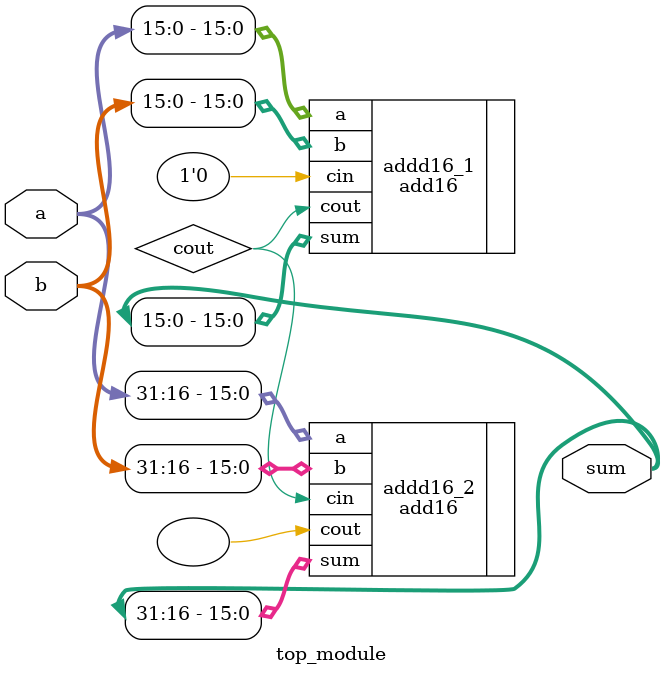
<source format=v>
module top_module(
    input [31:0] a,
    input [31:0] b,
    output [31:0] sum
);
    wire cout;
    
    add16 addd16_1(
        .a(a[15:0]),
        .b(b[15:0]),
        .cin(1'b0),
        .sum(sum[15:0]),
        .cout(cout)
    );
    
    add16 addd16_2(
        .a(a[31:16]),
        .b(b[31:16]),
        .cin(cout),
        .sum(sum[31:16]),
        .cout()
    );

endmodule
</source>
